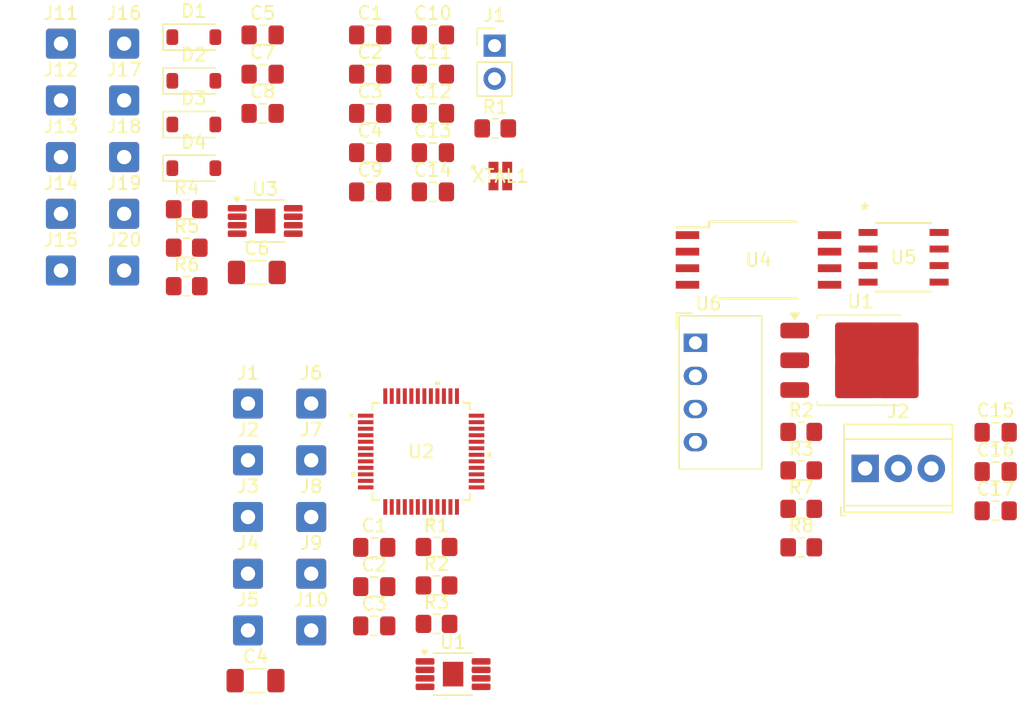
<source format=kicad_pcb>
(kicad_pcb (version 20240108) (generator "pcbnew") (generator_version "8.0")
  (layers (0 "F.Cu" signal) (31 "B.Cu" signal) (34 "B.Paste" user) (35 "F.Paste" user) (36 "B.SilkS" user "B.Silkscreen") (37 "F.SilkS" user "F.Silkscreen") (38 "B.Mask" user) (39 "F.Mask" user) (44 "Edge.Cuts" user))
  (net 0 "")
  (net 1 "Net-(U1-VREG)")
  (net 2 "GND")
  (net 3 "Net-(J4-Pin_1)")
  (net 4 "+24V")
  (net 5 "Net-(J2-Pin_1)")
  (net 6 "Net-(U1-SW)")
  (net 15 "Net-(U1-OC{slash}DT)")
  (net 16 "Net-(U1-RT)")
  (net 54 "+3.3V")
  (net 55 "Net-(U3-VREG)")
  (net 56 "Net-(J12-Pin_1)")
  (net 57 "Net-(U3-SW)")
  (net 58 "Net-(J14-Pin_1)")
  (net 59 "Net-(U2-VREF+)")
  (net 60 "Net-(J1-Pin_1)")
  (net 61 "Net-(U2-PF0-OSC_IN)")
  (net 62 "Net-(U2-PF1-OSC_OUT)")
  (net 63 "Net-(D1-K)")
  (net 64 "Net-(D1-A)")
  (net 65 "Net-(D2-A)")
  (net 66 "Net-(D3-A)")
  (net 73 "Net-(U3-OC{slash}DT)")
  (net 74 "Net-(U3-RT)")
  (net 77 "+5V")
  (net 78 "Net-(U1-VO)")
  (net 79 "Net-(C17-Pad2)")
  (net 80 "Net-(J2-Pin_3)")
  (net 81 "Net-(U6-+VOUT)")
  (footprint "Converter_DCDC:Converter_DCDC_Murata_CRE1xxxxxx3C_THT" (layer "F.Cu") (at 173.9375 82.115)
    (property "Reference" "U6" (at 1 -3 0) (layer "F.SilkS"))
    (property "Value" "CRE1S0305S3C")
    (fp_line (start -1.45 -2.27) (end -1.45 -1.07) (stroke (width 0.12)) (layer "F.SilkS"))
    (fp_line (start -1.25 -2.07) (end -1.25 9.7) (stroke (width 0.12)) (layer "F.SilkS"))
    (fp_line (start -0.25 -2.27) (end -1.45 -2.27) (stroke (width 0.12)) (layer "F.SilkS"))
    (fp_line (start 5.09 -2.07) (end -1.25 -2.07) (stroke (width 0.12)) (layer "F.SilkS"))
    (fp_line (start 5.09 -2.07) (end 5.09 9.7) (stroke (width 0.12)) (layer "F.SilkS"))
    (fp_line (start 5.09 9.7) (end -1.25 9.7) (stroke (width 0.12)) (layer "F.SilkS"))
    (pad "1" thru_hole rect (at 0 0 270) (size 1.4 1.8) (drill 1) (layers "*.Cu" "*.Mask"))
    (pad "2" thru_hole oval (at 0 2.54 270) (size 1.4 1.8) (drill 1) (layers "*.Cu" "*.Mask"))
    (pad "3" thru_hole oval (at 0 5.08 270) (size 1.4 1.8) (drill 1) (layers "*.Cu" "*.Mask") (net 2 "GND"))
    (pad "4" thru_hole oval (at 0 7.62 270) (size 1.4 1.8) (drill 1) (layers "*.Cu" "*.Mask") (net 81 "Net-(U6-+VOUT)"))
  )
  (footprint "Connector_Wire:SolderWire-0.5sqmm_1x01_D0.9mm_OD2.3mm" (layer "F.Cu") (at 139.62 95.475)
    (property "Reference" "J3" (at 0 -2.35 0) (layer "F.SilkS"))
    (property "Value" "Conn_01x01")
    (pad "1" thru_hole roundrect (at 0 0) (size 2.3 2.3) (drill 1.1) (layers "*.Cu" "*.Mask") (roundrect_rratio 0.108696))
  )
  (footprint "Connector_Wire:SolderWire-0.5sqmm_1x01_D0.9mm_OD2.3mm" (layer "F.Cu") (at 130.1232 72.2217)
    (property "Reference" "J19" (at 0 -2.35 0) (layer "F.SilkS"))
    (property "Value" "Conn_01x01")
    (pad "1" thru_hole roundrect (at 0 0) (size 2.3 2.3) (drill 1.1) (layers "*.Cu" "*.Mask") (roundrect_rratio 0.108696))
  )
  (footprint "Resistor_SMD:R_0805_2012Metric_Pad1.20x1.40mm_HandSolder" (layer "F.Cu") (at 182.0525 88.95)
    (property "Reference" "R2" (at 0 -1.65 0) (layer "F.SilkS"))
    (property "Value" "0")
    (fp_line (start -0.227064 -0.735) (end 0.227064 -0.735) (stroke (width 0.12)) (layer "F.SilkS"))
    (fp_line (start -0.227064 0.735) (end 0.227064 0.735) (stroke (width 0.12)) (layer "F.SilkS"))
    (pad "1" smd roundrect (at -1 0) (size 1.2 1.4) (layers "F.Cu" "F.Paste" "F.Mask") (roundrect_rratio 0.208333) (net 78 "Net-(U1-VO)"))
    (pad "2" smd roundrect (at 1 0) (size 1.2 1.4) (layers "F.Cu" "F.Paste" "F.Mask") (roundrect_rratio 0.208333) (net 54 "+3.3V"))
  )
  (footprint "Connector_Wire:SolderWire-0.5sqmm_1x01_D0.9mm_OD2.3mm" (layer "F.Cu") (at 144.47 99.825)
    (property "Reference" "J9" (at 0 -2.35 0) (layer "F.SilkS"))
    (property "Value" "Conn_01x01")
    (pad "1" thru_hole roundrect (at 0 0) (size 2.3 2.3) (drill 1.1) (layers "*.Cu" "*.Mask") (roundrect_rratio 0.108696))
  )
  (footprint "Connector_Wire:SolderWire-0.5sqmm_1x01_D0.9mm_OD2.3mm" (layer "F.Cu") (at 125.2732 67.8717)
    (property "Reference" "J13" (at 0 -2.35 0) (layer "F.SilkS"))
    (property "Value" "Conn_01x01")
    (pad "1" thru_hole roundrect (at 0 0) (size 2.3 2.3) (drill 1.1) (layers "*.Cu" "*.Mask") (roundrect_rratio 0.108696))
  )
  (footprint "Resistor_SMD:R_0805_2012Metric_Pad1.20x1.40mm_HandSolder" (layer "F.Cu") (at 158.5832 65.6717)
    (property "Reference" "R1" (at 0 -1.65 0) (layer "F.SilkS"))
    (property "Value" "10k")
    (fp_line (start -0.227064 -0.735) (end 0.227064 -0.735) (stroke (width 0.12)) (layer "F.SilkS"))
    (fp_line (start -0.227064 0.735) (end 0.227064 0.735) (stroke (width 0.12)) (layer "F.SilkS"))
    (pad "1" smd roundrect (at -1 0) (size 1.2 1.4) (layers "F.Cu" "F.Paste" "F.Mask") (roundrect_rratio 0.208333) (net 54 "+3.3V"))
    (pad "2" smd roundrect (at 1 0) (size 1.2 1.4) (layers "F.Cu" "F.Paste" "F.Mask") (roundrect_rratio 0.208333) (net 60 "Net-(J1-Pin_1)"))
  )
  (footprint "Capacitor_SMD:C_0805_2012Metric_Pad1.18x1.45mm_HandSolder" (layer "F.Cu") (at 153.8032 61.5117)
    (property "Reference" "C11" (at 0 -1.68 0) (layer "F.SilkS"))
    (property "Value" "1uF")
    (fp_line (start -0.261252 -0.735) (end 0.261252 -0.735) (stroke (width 0.12)) (layer "F.SilkS"))
    (fp_line (start -0.261252 0.735) (end 0.261252 0.735) (stroke (width 0.12)) (layer "F.SilkS"))
    (pad "1" smd roundrect (at -1.0375 0) (size 1.175 1.45) (layers "F.Cu" "F.Paste" "F.Mask") (roundrect_rratio 0.212766) (net 2 "GND"))
    (pad "2" smd roundrect (at 1.0375 0) (size 1.175 1.45) (layers "F.Cu" "F.Paste" "F.Mask") (roundrect_rratio 0.212766) (net 59 "Net-(U2-VREF+)"))
  )
  (footprint "Resistor_SMD:R_0805_2012Metric_Pad1.20x1.40mm_HandSolder" (layer "F.Cu") (at 182.0525 94.85)
    (property "Reference" "R7" (at 0 -1.65 0) (layer "F.SilkS"))
    (property "Value" "60")
    (fp_line (start -0.227064 -0.735) (end 0.227064 -0.735) (stroke (width 0.12)) (layer "F.SilkS"))
    (fp_line (start -0.227064 0.735) (end 0.227064 0.735) (stroke (width 0.12)) (layer "F.SilkS"))
    (pad "1" smd roundrect (at -1 0) (size 1.2 1.4) (layers "F.Cu" "F.Paste" "F.Mask") (roundrect_rratio 0.208333) (net 80 "Net-(J2-Pin_3)"))
    (pad "2" smd roundrect (at 1 0) (size 1.2 1.4) (layers "F.Cu" "F.Paste" "F.Mask") (roundrect_rratio 0.208333) (net 79 "Net-(C17-Pad2)"))
  )
  (footprint "Capacitor_SMD:C_0805_2012Metric_Pad1.18x1.45mm_HandSolder" (layer "F.Cu") (at 153.8032 70.5417)
    (property "Reference" "C14" (at 0 -1.68 0) (layer "F.SilkS"))
    (property "Value" "6.8pF")
    (fp_line (start -0.261252 -0.735) (end 0.261252 -0.735) (stroke (width 0.12)) (layer "F.SilkS"))
    (fp_line (start -0.261252 0.735) (end 0.261252 0.735) (stroke (width 0.12)) (layer "F.SilkS"))
    (pad "1" smd roundrect (at -1.0375 0) (size 1.175 1.45) (layers "F.Cu" "F.Paste" "F.Mask") (roundrect_rratio 0.212766) (net 62 "Net-(U2-PF1-OSC_OUT)"))
    (pad "2" smd roundrect (at 1.0375 0) (size 1.175 1.45) (layers "F.Cu" "F.Paste" "F.Mask") (roundrect_rratio 0.212766) (net 2 "GND"))
  )
  (footprint "Connector_Wire:SolderWire-0.5sqmm_1x01_D0.9mm_OD2.3mm" (layer "F.Cu") (at 130.1232 67.8717)
    (property "Reference" "J18" (at 0 -2.35 0) (layer "F.SilkS"))
    (property "Value" "Conn_01x01")
    (pad "1" thru_hole roundrect (at 0 0) (size 2.3 2.3) (drill 1.1) (layers "*.Cu" "*.Mask") (roundrect_rratio 0.108696) (net 66 "Net-(D3-A)"))
  )
  (footprint "Capacitor_SMD:C_0805_2012Metric_Pad1.18x1.45mm_HandSolder" (layer "F.Cu") (at 148.9932 58.5017)
    (property "Reference" "C1" (at 0 -1.68 0) (layer "F.SilkS"))
    (property "Value" "4.7uF")
    (fp_line (start -0.261252 -0.735) (end 0.261252 -0.735) (stroke (width 0.12)) (layer "F.SilkS"))
    (fp_line (start -0.261252 0.735) (end 0.261252 0.735) (stroke (width 0.12)) (layer "F.SilkS"))
    (pad "1" smd roundrect (at -1.0375 0) (size 1.175 1.45) (layers "F.Cu" "F.Paste" "F.Mask") (roundrect_rratio 0.212766) (net 54 "+3.3V"))
    (pad "2" smd roundrect (at 1.0375 0) (size 1.175 1.45) (layers "F.Cu" "F.Paste" "F.Mask") (roundrect_rratio 0.212766) (net 2 "GND"))
  )
  (footprint "footprints_crystal:NX2016AB_NDK" (layer "F.Cu") (at 158.975 69.325)
    (property "Reference" "XTAL1" (at 0 0 0) (layer "F.SilkS"))
    (property "Value" "NX2016AB-32MHZ ST2")
    (fp_circle (center -2.0636 -0.675) (end -1.9366 -0.675) (stroke (width 0.1524)) (fill none) (layer "F.SilkS"))
    (pad "1" smd rect (at -0.525 -0.675) (size 0.762 0.8382) (layers "F.Cu" "F.Paste" "F.Mask") (net 61 "Net-(U2-PF0-OSC_IN)"))
    (pad "2" smd rect (at -0.525 0.675) (size 0.762 0.8382) (layers "F.Cu" "F.Paste" "F.Mask") (net 2 "GND"))
    (pad "3" smd rect (at 0.525 0.675) (size 0.762 0.8382) (layers "F.Cu" "F.Paste" "F.Mask") (net 62 "Net-(U2-PF1-OSC_OUT)"))
    (pad "4" smd rect (at 0.525 -0.675) (size 0.762 0.8382) (layers "F.Cu" "F.Paste" "F.Mask") (net 2 "GND"))
  )
  (footprint "Diode_SMD:D_SOD-123" (layer "F.Cu") (at 135.4682 62.0217)
    (property "Reference" "D2" (at 0 -2 0) (layer "F.SilkS"))
    (property "Value" "PMEG6010CEH")
    (fp_line (start -2.36 -1) (end -2.36 1) (stroke (width 0.12)) (layer "F.SilkS"))
    (fp_line (start -2.36 -1) (end 1.65 -1) (stroke (width 0.12)) (layer "F.SilkS"))
    (fp_line (start -2.36 1) (end 1.65 1) (stroke (width 0.12)) (layer "F.SilkS"))
    (pad "1" smd roundrect (at -1.65 0) (size 0.9 1.2) (layers "F.Cu" "F.Paste" "F.Mask") (net 64 "Net-(D1-A)"))
    (pad "2" smd roundrect (at 1.65 0) (size 0.9 1.2) (layers "F.Cu" "F.Paste" "F.Mask") (net 65 "Net-(D2-A)"))
  )
  (footprint "Capacitor_SMD:C_0805_2012Metric_Pad1.18x1.45mm_HandSolder" (layer "F.Cu") (at 196.9625 95)
    (property "Reference" "C17" (at 0 -1.68 0) (layer "F.SilkS"))
    (property "Value" "10nF")
    (fp_line (start -0.261252 -0.735) (end 0.261252 -0.735) (stroke (width 0.12)) (layer "F.SilkS"))
    (fp_line (start -0.261252 0.735) (end 0.261252 0.735) (stroke (width 0.12)) (layer "F.SilkS"))
    (pad "1" smd roundrect (at -1.0375 0) (size 1.175 1.45) (layers "F.Cu" "F.Paste" "F.Mask") (roundrect_rratio 0.212766) (net 2 "GND"))
    (pad "2" smd roundrect (at 1.0375 0) (size 1.175 1.45) (layers "F.Cu" "F.Paste" "F.Mask") (roundrect_rratio 0.212766) (net 79 "Net-(C17-Pad2)"))
  )
  (footprint "footprints:LQFP48-7x7mm" (layer "F.Cu") (at 152.898301 90.454899)
    (property "Reference" "U2" (at 0 0 0) (layer "F.SilkS"))
    (property "Value" "STM32G474CET6")
    (fp_line (start -3.7338 -3.7338) (end -3.7338 -3.23514) (stroke (width 0.1524)) (layer "F.SilkS"))
    (fp_line (start -3.7338 3.23514) (end -3.7338 3.7338) (stroke (width 0.1524)) (layer "F.SilkS"))
    (fp_line (start -3.7338 3.7338) (end -3.23514 3.7338) (stroke (width 0.1524)) (layer "F.SilkS"))
    (fp_line (start -3.23514 -3.7338) (end -3.7338 -3.7338) (stroke (width 0.1524)) (layer "F.SilkS"))
    (fp_line (start 3.23514 3.7338) (end 3.7338 3.7338) (stroke (width 0.1524)) (layer "F.SilkS"))
    (fp_line (start 3.7338 -3.7338) (end 3.23514 -3.7338) (stroke (width 0.1524)) (layer "F.SilkS"))
    (fp_line (start 3.7338 -3.23514) (end 3.7338 -3.7338) (stroke (width 0.1524)) (layer "F.SilkS"))
    (fp_line (start 3.7338 3.7338) (end 3.7338 3.23514) (stroke (width 0.1524)) (layer "F.SilkS"))
    (fp_circle (center -5.350901 -2.75) (end -5.274701 -2.75) (stroke (width 0.1524)) (fill none) (layer "F.SilkS"))
    (fp_poly (pts (xy -5.354899 1.559499) (xy -5.354899 1.940499) (xy -5.100899 1.940499) (xy -5.100899 1.559499)) (fill solid) (layer "F.SilkS"))
    (fp_poly (pts (xy 0.559501 5.100899) (xy 0.559501 5.354899) (xy 0.940501 5.354899) (xy 0.940501 5.100899)) (fill solid) (layer "F.SilkS"))
    (fp_poly (pts (xy 1.0595 -5.100899) (xy 1.0595 -5.354899) (xy 1.4405 -5.354899) (xy 1.4405 -5.100899)) (fill solid) (layer "F.SilkS"))
    (fp_poly (pts (xy 5.354899 0.059499) (xy 5.354899 0.4405) (xy 5.100899 0.4405) (xy 5.100899 0.059499)) (fill solid) (layer "F.SilkS"))
    (pad "1" smd rect (at -4.249999 -2.75) (size 1.1938 0.3048) (layers "F.Cu" "F.Paste" "F.Mask") (net 54 "+3.3V"))
    (pad "2" smd rect (at -4.249999 -2.250001) (size 1.1938 0.3048) (layers "F.Cu" "F.Paste" "F.Mask"))
    (pad "3" smd rect (at -4.249999 -1.749999) (size 1.1938 0.3048) (layers "F.Cu" "F.Paste" "F.Mask"))
    (pad "4" smd rect (at -4.249999 -1.25) (size 1.1938 0.3048) (layers "F.Cu" "F.Paste" "F.Mask"))
    (pad "5" smd rect (at -4.249999 -0.750001) (size 1.1938 0.3048) (layers "F.Cu" "F.Paste" "F.Mask") (net 61 "Net-(U2-PF0-OSC_IN)"))
    (pad "6" smd rect (at -4.249999 -0.25) (size 1.1938 0.3048) (layers "F.Cu" "F.Paste" "F.Mask") (net 62 "Net-(U2-PF1-OSC_OUT)"))
    (pad "7" smd rect (at -4.249999 0.25) (size 1.1938 0.3048) (layers "F.Cu" "F.Paste" "F.Mask") (net 60 "Net-(J1-Pin_1)"))
    (pad "8" smd rect (at -4.249999 0.750001) (size 1.1938 0.3048) (layers "F.Cu" "F.Paste" "F.Mask"))
    (pad "9" smd rect (at -4.249999 1.25) (size 1.1938 0.3048) (layers "F.Cu" "F.Paste" "F.Mask"))
    (pad "10" smd rect (at -4.249999 1.749999) (size 1.1938 0.3048) (layers "F.Cu" "F.Paste" "F.Mask"))
    (pad "11" smd rect (at -4.249999 2.250001) (size 1.1938 0.3048) (layers "F.Cu" "F.Paste" "F.Mask"))
    (pad "12" smd rect (at -4.249999 2.75) (size 1.1938 0.3048) (layers "F.Cu" "F.Paste" "F.Mask"))
    (pad "13" smd rect (at -2.75 4.249999 90) (size 1.1938 0.3048) (layers "F.Cu" "F.Paste" "F.Mask"))
    (pad "14" smd rect (at -2.250001 4.249999 90) (size 1.1938 0.3048) (layers "F.Cu" "F.Paste" "F.Mask"))
    (pad "15" smd rect (at -1.749999 4.249999 90) (size 1.1938 0.3048) (layers "F.Cu" "F.Paste" "F.Mask"))
    (pad "16" smd rect (at -1.25 4.249999 90) (size 1.1938 0.3048) (layers "F.Cu" "F.Paste" "F.Mask"))
    (pad "17" smd rect (at -0.750001 4.249999 90) (size 1.1938 0.3048) (layers "F.Cu" "F.Paste" "F.Mask"))
    (pad "18" smd rect (at -0.25 4.249999 90) (size 1.1938 0.3048) (layers "F.Cu" "F.Paste" "F.Mask"))
    (pad "19" smd rect (at 0.25 4.249999 90) (size 1.1938 0.3048) (layers "F.Cu" "F.Paste" "F.Mask") (net 2 "GND"))
    (pad "20" smd rect (at 0.750001 4.249999 90) (size 1.1938 0.3048) (layers "F.Cu" "F.Paste" "F.Mask") (net 59 "Net-(U2-VREF+)"))
    (pad "21" smd rect (at 1.25 4.249999 90) (size 1.1938 0.3048) (layers "F.Cu" "F.Paste" "F.Mask") (net 54 "+3.3V"))
    (pad "22" smd rect (at 1.749999 4.249999 90) (size 1.1938 0.3048) (layers "F.Cu" "F.Paste" "F.Mask"))
    (pad "23" smd rect (at 2.250001 4.249999 90) (size 1.1938 0.3048) (layers "F.Cu" "F.Paste" "F.Mask") (net 2 "GND"))
    (pad "24" smd rect (at 2.75 4.249999 90) (size 1.1938 0.3048) (layers "F.Cu" "F.Paste" "F.Mask") (net 54 "+3.3V"))
    (pad "25" smd rect (at 4.249999 2.75) (size 1.1938 0.3048) (layers "F.Cu" "F.Paste" "F.Mask"))
    (pad "26" smd rect (at 4.249999 2.250001) (size 1.1938 0.3048) (layers "F.Cu" "F.Paste" "F.Mask"))
    (pad "27" smd rect (at 4.249999 1.749999) (size 1.1938 0.3048) (layers "F.Cu" "F.Paste" "F.Mask"))
    (pad "28" smd rect (at 4.249999 1.25) (size 1.1938 0.3048) (layers "F.Cu" "F.Paste" "F.Mask"))
    (pad "29" smd rect (at 4.249999 0.750001) (size 1.1938 0.3048) (layers "F.Cu" "F.Paste" "F.Mask"))
    (pad "30" smd rect (at 4.249999 0.25) (size 1.1938 0.3048) (layers "F.Cu" "F.Paste" "F.Mask"))
    (pad "31" smd rect (at 4.249999 -0.25) (size 1.1938 0.3048) (layers "F.Cu" "F.Paste" "F.Mask"))
    (pad "32" smd rect (at 4.249999 -0.750001) (size 1.1938 0.3048) (layers "F.Cu" "F.Paste" "F.Mask"))
    (pad "33" smd rect (at 4.249999 -1.25) (size 1.1938 0.3048) (layers "F.Cu" "F.Paste" "F.Mask"))
    (pad "34" smd rect (at 4.249999 -1.749999) (size 1.1938 0.3048) (layers "F.Cu" "F.Paste" "F.Mask"))
    (pad "35" smd rect (at 4.249999 -2.250001) (size 1.1938 0.3048) (layers "F.Cu" "F.Paste" "F.Mask") (net 2 "GND"))
    (pad "36" smd rect (at 4.249999 -2.75) (size 1.1938 0.3048) (layers "F.Cu" "F.Paste" "F.Mask") (net 54 "+3.3V"))
    (pad "37" smd rect (at 2.75 -4.249999 90) (size 1.1938 0.3048) (layers "F.Cu" "F.Paste" "F.Mask"))
    (pad "38" smd rect (at 2.250001 -4.249999 90) (size 1.1938 0.3048) (layers "F.Cu" "F.Paste" "F.Mask"))
    (pad "39" smd rect (at 1.749999 -4.249999 90) (size 1.1938 0.3048) (layers "F.Cu" "F.Paste" "F.Mask"))
    (pad "40" smd rect (at 1.25 -4.249999 90) (size 1.1938 0.3048) (layers "F.Cu" "F.Paste" "F.Mask"))
    (pad "41" smd rect (at 0.750001 -4.249999 90) (size 1.1938 0.3048) (layers "F.Cu" "F.Paste" "F.Mask"))
    (pad "42" smd rect (at 0.25 -4.249999 90) (size 1.1938 0.3048) (layers "F.Cu" "F.Paste" "F.Mask"))
    (pad "43" smd rect (at -0.25 -4.249999 90) (size 1.1938 0.3048) (layers "F.Cu" "F.Paste" "F.Mask"))
    (pad "44" smd rect (at -0.750001 -4.249999 90) (size 1.1938 0.3048) (layers "F.Cu" "F.Paste" "F.Mask"))
    (pad "45" smd rect (at -1.25 -4.249999 90) (size 1.1938 0.3048) (layers "F.Cu" "F.Paste" "F.Mask"))
    (pad "46" smd rect (at -1.749999 -4.249999 90) (size 1.1938 0.3048) (layers "F.Cu" "F.Paste" "F.Mask"))
    (pad "47" smd rect (at -2.250001 -4.249999 90) (size 1.1938 0.3048) (layers "F.Cu" "F.Paste" "F.Mask") (net 2 "GND"))
    (pad "48" smd rect (at -2.75 -4.249999 90) (size 1.1938 0.3048) (layers "F.Cu" "F.Paste" "F.Mask") (net 54 "+3.3V"))
  )
  (footprint "Capacitor_SMD:C_0805_2012Metric_Pad1.18x1.45mm_HandSolder" (layer "F.Cu") (at 149.3 103.825)
    (property "Reference" "C3" (at 0 -1.68 0) (layer "F.SilkS"))
    (property "Value" "C")
    (fp_line (start -0.261252 -0.735) (end 0.261252 -0.735) (stroke (width 0.12)) (layer "F.SilkS"))
    (fp_line (start -0.261252 0.735) (end 0.261252 0.735) (stroke (width 0.12)) (layer "F.SilkS"))
    (pad "1" smd roundrect (at -1.0375 0) (size 1.175 1.45) (layers "F.Cu" "F.Paste" "F.Mask") (roundrect_rratio 0.212766) (net 4 "+24V"))
    (pad "2" smd roundrect (at 1.0375 0) (size 1.175 1.45) (layers "F.Cu" "F.Paste" "F.Mask") (roundrect_rratio 0.212766) (net 3 "Net-(J4-Pin_1)"))
  )
  (footprint "Capacitor_SMD:C_0805_2012Metric_Pad1.18x1.45mm_HandSolder" (layer "F.Cu") (at 148.9932 64.5217)
    (property "Reference" "C3" (at 0 -1.68 0) (layer "F.SilkS"))
    (property "Value" "100nF")
    (fp_line (start -0.261252 -0.735) (end 0.261252 -0.735) (stroke (width 0.12)) (layer "F.SilkS"))
    (fp_line (start -0.261252 0.735) (end 0.261252 0.735) (stroke (width 0.12)) (layer "F.SilkS"))
    (pad "1" smd roundrect (at -1.0375 0) (size 1.175 1.45) (layers "F.Cu" "F.Paste" "F.Mask") (roundrect_rratio 0.212766) (net 54 "+3.3V"))
    (pad "2" smd roundrect (at 1.0375 0) (size 1.175 1.45) (layers "F.Cu" "F.Paste" "F.Mask") (roundrect_rratio 0.212766) (net 2 "GND"))
  )
  (footprint "Diode_SMD:D_SOD-123" (layer "F.Cu") (at 135.4682 68.7217)
    (property "Reference" "D4" (at 0 -2 0) (layer "F.SilkS"))
    (property "Value" "PMEG6010CEH")
    (fp_line (start -2.36 -1) (end -2.36 1) (stroke (width 0.12)) (layer "F.SilkS"))
    (fp_line (start -2.36 -1) (end 1.65 -1) (stroke (width 0.12)) (layer "F.SilkS"))
    (fp_line (start -2.36 1) (end 1.65 1) (stroke (width 0.12)) (layer "F.SilkS"))
    (pad "1" smd roundrect (at -1.65 0) (size 0.9 1.2) (layers "F.Cu" "F.Paste" "F.Mask") (net 66 "Net-(D3-A)"))
    (pad "2" smd roundrect (at 1.65 0) (size 0.9 1.2) (layers "F.Cu" "F.Paste" "F.Mask") (net 65 "Net-(D2-A)"))
  )
  (footprint "Connector_Wire:SolderWire-0.5sqmm_1x01_D0.9mm_OD2.3mm" (layer "F.Cu") (at 125.2732 76.5717)
    (property "Reference" "J15" (at 0 -2.35 0) (layer "F.SilkS"))
    (property "Value" "Conn_01x01")
    (pad "1" thru_hole roundrect (at 0 0) (size 2.3 2.3) (drill 1.1) (layers "*.Cu" "*.Mask") (roundrect_rratio 0.108696) (net 64 "Net-(D1-A)"))
  )
  (footprint "Connector_Wire:SolderWire-0.5sqmm_1x01_D0.9mm_OD2.3mm" (layer "F.Cu") (at 125.2732 63.5217)
    (property "Reference" "J12" (at 0 -2.35 0) (layer "F.SilkS"))
    (property "Value" "Conn_01x01")
    (pad "1" thru_hole roundrect (at 0 0) (size 2.3 2.3) (drill 1.1) (layers "*.Cu" "*.Mask") (roundrect_rratio 0.108696) (net 56 "Net-(J12-Pin_1)"))
  )
  (footprint "Connector_Wire:SolderWire-0.5sqmm_1x01_D0.9mm_OD2.3mm" (layer "F.Cu") (at 139.62 104.175)
    (property "Reference" "J5" (at 0 -2.35 0) (layer "F.SilkS"))
    (property "Value" "Conn_01x01")
    (pad "1" thru_hole roundrect (at 0 0) (size 2.3 2.3) (drill 1.1) (layers "*.Cu" "*.Mask") (roundrect_rratio 0.108696))
  )
  (footprint "Connector_Wire:SolderWire-0.5sqmm_1x01_D0.9mm_OD2.3mm" (layer "F.Cu") (at 144.47 86.775)
    (property "Reference" "J6" (at 0 -2.35 0) (layer "F.SilkS"))
    (property "Value" "Conn_01x01")
    (pad "1" thru_hole roundrect (at 0 0) (size 2.3 2.3) (drill 1.1) (layers "*.Cu" "*.Mask") (roundrect_rratio 0.108696))
  )
  (footprint "Diode_SMD:D_SOD-123" (layer "F.Cu") (at 135.4682 58.6717)
    (property "Reference" "D1" (at 0 -2 0) (layer "F.SilkS"))
    (property "Value" "PMEG6010CEH")
    (fp_line (start -2.36 -1) (end -2.36 1) (stroke (width 0.12)) (layer "F.SilkS"))
    (fp_line (start -2.36 -1) (end 1.65 -1) (stroke (width 0.12)) (layer "F.SilkS"))
    (fp_line (start -2.36 1) (end 1.65 1) (stroke (width 0.12)) (layer "F.SilkS"))
    (pad "1" smd roundrect (at -1.65 0) (size 0.9 1.2) (layers "F.Cu" "F.Paste" "F.Mask") (net 63 "Net-(D1-K)"))
    (pad "2" smd roundrect (at 1.65 0) (size 0.9 1.2) (layers "F.Cu" "F.Paste" "F.Mask") (net 64 "Net-(D1-A)"))
  )
  (footprint "Capacitor_SMD:C_0805_2012Metric_Pad1.18x1.45mm_HandSolder" (layer "F.Cu") (at 140.7432 58.5017)
    (property "Reference" "C5" (at 0 -1.68 0) (layer "F.SilkS"))
    (property "Value" "C")
    (fp_line (start -0.261252 -0.735) (end 0.261252 -0.735) (stroke (width 0.12)) (layer "F.SilkS"))
    (fp_line (start -0.261252 0.735) (end 0.261252 0.735) (stroke (width 0.12)) (layer "F.SilkS"))
    (pad "1" smd roundrect (at -1.0375 0) (size 1.175 1.45) (layers "F.Cu" "F.Paste" "F.Mask") (roundrect_rratio 0.212766) (net 55 "Net-(U3-VREG)"))
    (pad "2" smd roundrect (at 1.0375 0) (size 1.175 1.45) (layers "F.Cu" "F.Paste" "F.Mask") (roundrect_rratio 0.212766) (net 2 "GND"))
  )
  (footprint "Connector_Wire:SolderWire-0.5sqmm_1x01_D0.9mm_OD2.3mm" (layer "F.Cu") (at 139.62 91.125)
    (property "Reference" "J2" (at 0 -2.35 0) (layer "F.SilkS"))
    (property "Value" "Conn_01x01")
    (pad "1" thru_hole roundrect (at 0 0) (size 2.3 2.3) (drill 1.1) (layers "*.Cu" "*.Mask") (roundrect_rratio 0.108696) (net 5 "Net-(J2-Pin_1)"))
  )
  (footprint "Resistor_SMD:R_0805_2012Metric_Pad1.20x1.40mm_HandSolder" (layer "F.Cu") (at 182.0525 91.9)
    (property "Reference" "R3" (at 0 -1.65 0) (layer "F.SilkS"))
    (property "Value" "60")
    (fp_line (start -0.227064 -0.735) (end 0.227064 -0.735) (stroke (width 0.12)) (layer "F.SilkS"))
    (fp_line (start -0.227064 0.735) (end 0.227064 0.735) (stroke (width 0.12)) (layer "F.SilkS"))
    (pad "1" smd roundrect (at -1 0) (size 1.2 1.4) (layers "F.Cu" "F.Paste" "F.Mask") (roundrect_rratio 0.208333) (net 79 "Net-(C17-Pad2)"))
    (pad "2" smd roundrect (at 1 0) (size 1.2 1.4) (layers "F.Cu" "F.Paste" "F.Mask") (roundrect_rratio 0.208333) (net 5 "Net-(J2-Pin_1)"))
  )
  (footprint "Capacitor_SMD:C_0805_2012Metric_Pad1.18x1.45mm_HandSolder" (layer "F.Cu") (at 140.7432 61.5117)
    (property "Reference" "C7" (at 0 -1.68 0) (layer "F.SilkS"))
    (property "Value" "C")
    (fp_line (start -0.261252 -0.735) (end 0.261252 -0.735) (stroke (width 0.12)) (layer "F.SilkS"))
    (fp_line (start -0.261252 0.735) (end 0.261252 0.735) (stroke (width 0.12)) (layer "F.SilkS"))
    (pad "1" smd roundrect (at -1.0375 0) (size 1.175 1.45) (layers "F.Cu" "F.Paste" "F.Mask") (roundrect_rratio 0.212766) (net 4 "+24V"))
    (pad "2" smd roundrect (at 1.0375 0) (size 1.175 1.45) (layers "F.Cu" "F.Paste" "F.Mask") (roundrect_rratio 0.212766) (net 58 "Net-(J14-Pin_1)"))
  )
  (footprint "Capacitor_SMD:C_0805_2012Metric_Pad1.18x1.45mm_HandSolder" (layer "F.Cu") (at 153.8032 58.5017)
    (property "Reference" "C10" (at 0 -1.68 0) (layer "F.SilkS"))
    (property "Value" "100nF")
    (fp_line (start -0.261252 -0.735) (end 0.261252 -0.735) (stroke (width 0.12)) (layer "F.SilkS"))
    (fp_line (start -0.261252 0.735) (end 0.261252 0.735) (stroke (width 0.12)) (layer "F.SilkS"))
    (pad "1" smd roundrect (at -1.0375 0) (size 1.175 1.45) (layers "F.Cu" "F.Paste" "F.Mask") (roundrect_rratio 0.212766) (net 2 "GND"))
    (pad "2" smd roundrect (at 1.0375 0) (size 1.175 1.45) (layers "F.Cu" "F.Paste" "F.Mask") (roundrect_rratio 0.212766) (net 59 "Net-(U2-VREF+)"))
  )
  (footprint "Capacitor_SMD:C_1206_3216Metric_Pad1.33x1.80mm_HandSolder" (layer "F.Cu") (at 140.3032 76.7217)
    (property "Reference" "C6" (at 0 -1.85 0) (layer "F.SilkS"))
    (property "Value" "C")
    (fp_line (start -0.711252 -0.91) (end 0.711252 -0.91) (stroke (width 0.12)) (layer "F.SilkS"))
    (fp_line (start -0.711252 0.91) (end 0.711252 0.91) (stroke (width 0.12)) (layer "F.SilkS"))
    (pad "1" smd roundrect (at -1.5625 0) (size 1.325 1.8) (layers "F.Cu" "F.Paste" "F.Mask") (roundrect_rratio 0.188679) (net 57 "Net-(U3-SW)"))
    (pad "2" smd roundrect (at 1.5625 0) (size 1.325 1.8) (layers "F.Cu" "F.Paste" "F.Mask") (roundrect_rratio 0.188679) (net 56 "Net-(J12-Pin_1)"))
  )
  (footprint "Connector_Wire:SolderWire-0.5sqmm_1x01_D0.9mm_OD2.3mm" (layer "F.Cu") (at 125.2732 59.1717)
    (property "Reference" "J11" (at 0 -2.35 0) (layer "F.SilkS"))
    (property "Value" "Conn_01x01")
    (pad "1" thru_hole roundrect (at 0 0) (size 2.3 2.3) (drill 1.1) (layers "*.Cu" "*.Mask") (roundrect_rratio 0.108696))
  )
  (footprint "Connector_Wire:SolderWire-0.5sqmm_1x01_D0.9mm_OD2.3mm" (layer "F.Cu") (at 144.47 91.125)
    (property "Reference" "J7" (at 0 -2.35 0) (layer "F.SilkS"))
    (property "Value" "Conn_01x01")
    (pad "1" thru_hole roundrect (at 0 0) (size 2.3 2.3) (drill 1.1) (layers "*.Cu" "*.Mask") (roundrect_rratio 0.108696))
  )
  (footprint "Resistor_SMD:R_0805_2012Metric_Pad1.20x1.40mm_HandSolder" (layer "F.Cu") (at 154.08 103.675)
    (property "Reference" "R3" (at 0 -1.65 0) (layer "F.SilkS"))
    (property "Value" "R")
    (fp_line (start -0.227064 -0.735) (end 0.227064 -0.735) (stroke (width 0.12)) (layer "F.SilkS"))
    (fp_line (start -0.227064 0.735) (end 0.227064 0.735) (stroke (width 0.12)) (layer "F.SilkS"))
    (pad "1" smd roundrect (at -1 0) (size 1.2 1.4) (layers "F.Cu" "F.Paste" "F.Mask") (roundrect_rratio 0.208333) (net 16 "Net-(U1-RT)"))
    (pad "2" smd roundrect (at 1 0) (size 1.2 1.4) (layers "F.Cu" "F.Paste" "F.Mask") (roundrect_rratio 0.208333) (net 2 "GND"))
  )
  (footprint "Connector_PinHeader_2.54mm:PinHeader_1x02_P2.54mm_Vertical" (layer "F.Cu") (at 158.5332 59.3217)
    (property "Reference" "J1" (at 0 -2.33 0) (layer "F.SilkS"))
    (property "Value" "RESET")
    (fp_line (start -1.33 -1.33) (end 0 -1.33) (stroke (width 0.12)) (layer "F.SilkS"))
    (fp_line (start -1.33 0) (end -1.33 -1.33) (stroke (width 0.12)) (layer "F.SilkS"))
    (fp_line (start -1.33 1.27) (end -1.33 3.87) (stroke (width 0.12)) (layer "F.SilkS"))
    (fp_line (start -1.33 1.27) (end 1.33 1.27) (stroke (width 0.12)) (layer "F.SilkS"))
    (fp_line (start -1.33 3.87) (end 1.33 3.87) (stroke (width 0.12)) (layer "F.SilkS"))
    (fp_line (start 1.33 1.27) (end 1.33 3.87) (stroke (width 0.12)) (layer "F.SilkS"))
    (pad "1" thru_hole rect (at 0 0) (size 1.7 1.7) (drill 1) (layers "*.Cu" "*.Mask") (net 60 "Net-(J1-Pin_1)"))
    (pad "2" thru_hole oval (at 0 2.54) (size 1.7 1.7) (drill 1) (layers "*.Cu" "*.Mask") (net 2 "GND"))
  )
  (footprint "Capacitor_SMD:C_0805_2012Metric_Pad1.18x1.45mm_HandSolder" (layer "F.Cu") (at 153.8032 64.5217)
    (property "Reference" "C12" (at 0 -1.68 0) (layer "F.SilkS"))
    (property "Value" "1uF")
    (fp_line (start -0.261252 -0.735) (end 0.261252 -0.735) (stroke (width 0.12)) (layer "F.SilkS"))
    (fp_line (start -0.261252 0.735) (end 0.261252 0.735) (stroke (width 0.12)) (layer "F.SilkS"))
    (pad "1" smd roundrect (at -1.0375 0) (size 1.175 1.45) (layers "F.Cu" "F.Paste" "F.Mask") (roundrect_rratio 0.212766) (net 2 "GND"))
    (pad "2" smd roundrect (at 1.0375 0) (size 1.175 1.45) (layers "F.Cu" "F.Paste" "F.Mask") (roundrect_rratio 0.212766) (net 60 "Net-(J1-Pin_1)"))
  )
  (footprint "Capacitor_SMD:C_0805_2012Metric_Pad1.18x1.45mm_HandSolder" (layer "F.Cu") (at 148.9932 61.5117)
    (property "Reference" "C2" (at 0 -1.68 0) (layer "F.SilkS"))
    (property "Value" "100nF")
    (fp_line (start -0.261252 -0.735) (end 0.261252 -0.735) (stroke (width 0.12)) (layer "F.SilkS"))
    (fp_line (start -0.261252 0.735) (end 0.261252 0.735) (stroke (width 0.12)) (layer "F.SilkS"))
    (pad "1" smd roundrect (at -1.0375 0) (size 1.175 1.45) (layers "F.Cu" "F.Paste" "F.Mask") (roundrect_rratio 0.212766) (net 54 "+3.3V"))
    (pad "2" smd roundrect (at 1.0375 0) (size 1.175 1.45) (layers "F.Cu" "F.Paste" "F.Mask") (roundrect_rratio 0.212766) (net 2 "GND"))
  )
  (footprint "Package_SO:HVSSOP-8-1EP_3x3mm_P0.65mm_EP1.57x1.89mm" (layer "F.Cu") (at 140.9432 72.7717)
    (property "Reference" "U3" (at 0 -2.45 0) (layer "F.SilkS"))
    (property "Value" "UCC25800")
    (fp_line (start 0 -1.61) (end -1.5 -1.61) (stroke (width 0.12)) (layer "F.SilkS"))
    (fp_line (start 0 -1.61) (end 1.5 -1.61) (stroke (width 0.12)) (layer "F.SilkS"))
    (fp_line (start 0 1.61) (end -1.5 1.61) (stroke (width 0.12)) (layer "F.SilkS"))
    (fp_line (start 0 1.61) (end 1.5 1.61) (stroke (width 0.12)) (layer "F.SilkS"))
    (fp_poly (pts (xy -2.1875 -1.485) (xy -2.4275 -1.815) (xy -1.9475 -1.815) (xy -2.1875 -1.485)) (stroke (width 0.12)) (fill solid) (layer "F.SilkS"))
    (pad "1" smd roundrect (at -2.15 -0.975) (size 1.45 0.5) (layers "F.Cu" "F.Paste" "F.Mask"))
    (pad "2" smd roundrect (at -2.15 -0.325) (size 1.45 0.5) (layers "F.Cu" "F.Paste" "F.Mask"))
    (pad "3" smd roundrect (at -2.15 0.325) (size 1.45 0.5) (layers "F.Cu" "F.Paste" "F.Mask") (net 55 "Net-(U3-VREG)"))
    (pad "4" smd roundrect (at -2.15 0.975) (size 1.45 0.5) (layers "F.Cu" "F.Paste" "F.Mask") (net 73 "Net-(U3-OC{slash}DT)"))
    (pad "5" smd roundrect (at 2.15 0.975) (size 1.45 0.5) (layers "F.Cu" "F.Paste" "F.Mask") (net 74 "Net-(U3-RT)"))
    (pad "6" smd roundrect (at 2.15 0.325) (size 1.45 0.5) (layers "F.Cu" "F.Paste" "F.Mask") (net 2 "GND"))
    (pad "7" smd roundrect (at 2.15 -0.325) (size 1.45 0.5) (layers "F.Cu" "F.Paste" "F.Mask") (net 57 "Net-(U3-SW)"))
    (pad "8" smd roundrect (at 2.15 -0.975) (size 1.45 0.5) (layers "F.Cu" "F.Paste" "F.Mask") (net 4 "+24V"))
    (pad "9" smd rect (at 0 0) (size 1.57 1.89) (property pad_prop_heatsink) (layers "F.Cu" "F.Mask") (net 2 "GND"))
  )
  (footprint "Connector_Wire:SolderWire-0.5sqmm_1x01_D0.9mm_OD2.3mm" (layer "F.Cu") (at 139.62 99.825)
    (property "Reference" "J4" (at 0 -2.35 0) (layer "F.SilkS"))
    (property "Value" "Conn_01x01")
    (pad "1" thru_hole roundrect (at 0 0) (size 2.3 2.3) (drill 1.1) (layers "*.Cu" "*.Mask") (roundrect_rratio 0.108696) (net 3 "Net-(J4-Pin_1)"))
  )
  (footprint "Capacitor_SMD:C_0805_2012Metric_Pad1.18x1.45mm_HandSolder" (layer "F.Cu") (at 149.3 100.815)
    (property "Reference" "C2" (at 0 -1.68 0) (layer "F.SilkS"))
    (property "Value" "C")
    (fp_line (start -0.261252 -0.735) (end 0.261252 -0.735) (stroke (width 0.12)) (layer "F.SilkS"))
    (fp_line (start -0.261252 0.735) (end 0.261252 0.735) (stroke (width 0.12)) (layer "F.SilkS"))
    (pad "1" smd roundrect (at -1.0375 0) (size 1.175 1.45) (layers "F.Cu" "F.Paste" "F.Mask") (roundrect_rratio 0.212766) (net 3 "Net-(J4-Pin_1)"))
    (pad "2" smd roundrect (at 1.0375 0) (size 1.175 1.45) (layers "F.Cu" "F.Paste" "F.Mask") (roundrect_rratio 0.212766) (net 2 "GND"))
  )
  (footprint "Resistor_SMD:R_0805_2012Metric_Pad1.20x1.40mm_HandSolder" (layer "F.Cu") (at 134.9232 77.7717)
    (property "Reference" "R6" (at 0 -1.65 0) (layer "F.SilkS"))
    (property "Value" "R")
    (fp_line (start -0.227064 -0.735) (end 0.227064 -0.735) (stroke (width 0.12)) (layer "F.SilkS"))
    (fp_line (start -0.227064 0.735) (end 0.227064 0.735) (stroke (width 0.12)) (layer "F.SilkS"))
    (pad "1" smd roundrect (at -1 0) (size 1.2 1.4) (layers "F.Cu" "F.Paste" "F.Mask") (roundrect_rratio 0.208333) (net 74 "Net-(U3-RT)"))
    (pad "2" smd roundrect (at 1 0) (size 1.2 1.4) (layers "F.Cu" "F.Paste" "F.Mask") (roundrect_rratio 0.208333) (net 2 "GND"))
  )
  (footprint "Connector_Wire:SolderWire-0.5sqmm_1x01_D0.9mm_OD2.3mm" (layer "F.Cu") (at 144.47 104.175)
    (property "Reference" "J10" (at 0 -2.35 0) (layer "F.SilkS"))
    (property "Value" "Conn_01x01")
    (pad "1" thru_hole roundrect (at 0 0) (size 2.3 2.3) (drill 1.1) (layers "*.Cu" "*.Mask") (roundrect_rratio 0.108696))
  )
  (footprint "Connector_Wire:SolderWire-0.5sqmm_1x01_D0.9mm_OD2.3mm" (layer "F.Cu") (at 130.1232 76.5717)
    (property "Reference" "J20" (at 0 -2.35 0) (layer "F.SilkS"))
    (property "Value" "Conn_01x01")
    (pad "1" thru_hole roundrect (at 0 0) (size 2.3 2.3) (drill 1.1) (layers "*.Cu" "*.Mask") (roundrect_rratio 0.108696))
  )
  (footprint "Resistor_SMD:R_0805_2012Metric_Pad1.20x1.40mm_HandSolder" (layer "F.Cu") (at 154.08 97.775)
    (property "Reference" "R1" (at 0 -1.65 0) (layer "F.SilkS"))
    (property "Value" "R")
    (fp_line (start -0.227064 -0.735) (end 0.227064 -0.735) (stroke (width 0.12)) (layer "F.SilkS"))
    (fp_line (start -0.227064 0.735) (end 0.227064 0.735) (stroke (width 0.12)) (layer "F.SilkS"))
    (pad "1" smd roundrect (at -1 0) (size 1.2 1.4) (layers "F.Cu" "F.Paste" "F.Mask") (roundrect_rratio 0.208333) (net 1 "Net-(U1-VREG)"))
    (pad "2" smd roundrect (at 1 0) (size 1.2 1.4) (layers "F.Cu" "F.Paste" "F.Mask") (roundrect_rratio 0.208333) (net 15 "Net-(U1-OC{slash}DT)"))
  )
  (footprint "Resistor_SMD:R_0805_2012Metric_Pad1.20x1.40mm_HandSolder" (layer "F.Cu") (at 154.08 100.725)
    (property "Reference" "R2" (at 0 -1.65 0) (layer "F.SilkS"))
    (property "Value" "R")
    (fp_line (start -0.227064 -0.735) (end 0.227064 -0.735) (stroke (width 0.12)) (layer "F.SilkS"))
    (fp_line (start -0.227064 0.735) (end 0.227064 0.735) (stroke (width 0.12)) (layer "F.SilkS"))
    (pad "1" smd roundrect (at -1 0) (size 1.2 1.4) (layers "F.Cu" "F.Paste" "F.Mask") (roundrect_rratio 0.208333) (net 15 "Net-(U1-OC{slash}DT)"))
    (pad "2" smd roundrect (at 1 0) (size 1.2 1.4) (layers "F.Cu" "F.Paste" "F.Mask") (roundrect_rratio 0.208333) (net 2 "GND"))
  )
  (footprint "Package_SO:HVSSOP-8-1EP_3x3mm_P0.65mm_EP1.57x1.89mm" (layer "F.Cu") (at 155.35 107.525)
    (property "Reference" "U1" (at 0 -2.45 0) (layer "F.SilkS"))
    (property "Value" "UCC25800")
    (fp_line (start 0 -1.61) (end -1.5 -1.61) (stroke (width 0.12)) (layer "F.SilkS"))
    (fp_line (start 0 -1.61) (end 1.5 -1.61) (stroke (width 0.12)) (layer "F.SilkS"))
    (fp_line (start 0 1.61) (end -1.5 1.61) (stroke (width 0.12)) (layer "F.SilkS"))
    (fp_line (start 0 1.61) (end 1.5 1.61) (stroke (width 0.12)) (layer "F.SilkS"))
    (fp_poly (pts (xy -2.1875 -1.485) (xy -2.4275 -1.815) (xy -1.9475 -1.815) (xy -2.1875 -1.485)) (stroke (width 0.12)) (fill solid) (layer "F.SilkS"))
    (pad "1" smd roundrect (at -2.15 -0.975) (size 1.45 0.5) (layers "F.Cu" "F.Paste" "F.Mask"))
    (pad "2" smd roundrect (at -2.15 -0.325) (size 1.45 0.5) (layers "F.Cu" "F.Paste" "F.Mask"))
    (pad "3" smd roundrect (at -2.15 0.325) (size 1.45 0.5) (layers "F.Cu" "F.Paste" "F.Mask") (net 1 "Net-(U1-VREG)"))
    (pad "4" smd roundrect (at -2.15 0.975) (size 1.45 0.5) (layers "F.Cu" "F.Paste" "F.Mask") (net 15 "Net-(U1-OC{slash}DT)"))
    (pad "5" smd roundrect (at 2.15 0.975) (size 1.45 0.5) (layers "F.Cu" "F.Paste" "F.Mask") (net 16 "Net-(U1-RT)"))
    (pad "6" smd roundrect (at 2.15 0.325) (size 1.45 0.5) (layers "F.Cu" "F.Paste" "F.Mask") (net 2 "GND"))
    (pad "7" smd roundrect (at 2.15 -0.325) (size 1.45 0.5) (layers "F.Cu" "F.Paste" "F.Mask") (net 6 "Net-(U1-SW)"))
    (pad "8" smd roundrect (at 2.15 -0.975) (size 1.45 0.5) (layers "F.Cu" "F.Paste" "F.Mask") (net 4 "+24V"))
    (pad "9" smd rect (at 0 0) (size 1.57 1.89) (property pad_prop_heatsink) (layers "F.Cu" "F.Mask") (net 2 "GND"))
  )
  (footprint "Connector_Wire:SolderWire-0.5sqmm_1x01_D0.9mm_OD2.3mm" (layer "F.Cu") (at 130.1232 59.1717)
    (property "Reference" "J16" (at 0 -2.35 0) (layer "F.SilkS"))
    (property "Value" "Conn_01x01")
    (pad "1" thru_hole roundrect (at 0 0) (size 2.3 2.3) (drill 1.1) (layers "*.Cu" "*.Mask") (roundrect_rratio 0.108696))
  )
  (footprint "footprints_can:DWV0008A" (layer "F.Cu") (at 178.777498 75.759999)
    (property "Reference" "U4" (at 0 0 0) (layer "F.SilkS"))
    (property "Value" "ISO1042DWV")
    (fp_line (start -6.25 -2.5) (end -3.8 -2.5) (stroke (width 0.17)) (layer "F.SilkS"))
    (fp_line (start -3.8 -2.949999) (end 2.975 -2.949999) (stroke (width 0.17)) (layer "F.SilkS"))
    (fp_line (start -3.8 -2.5) (end -3.8 -2.949999) (stroke (width 0.17)) (layer "F.SilkS"))
    (fp_line (start -2.975 2.949999) (end 2.975 2.949999) (stroke (width 0.17)) (layer "F.SilkS"))
    (pad "1" smd rect (at -5.449999 -1.905 90) (size 0.599999 1.799999) (layers "F.Cu" "F.Paste" "F.Mask") (net 54 "+3.3V"))
    (pad "2" smd rect (at -5.449999 -0.635 90) (size 0.599999 1.799999) (layers "F.Cu" "F.Paste" "F.Mask"))
    (pad "3" smd rect (at -5.449999 0.635 90) (size 0.599999 1.799999) (layers "F.Cu" "F.Paste" "F.Mask"))
    (pad "4" smd rect (at -5.449999 1.905 90) (size 0.599999 1.799999) (layers "F.Cu" "F.Paste" "F.Mask") (net 2 "GND"))
    (pad "5" smd rect (at 5.449999 1.905 90) (size 0.599999 1.799999) (layers "F.Cu" "F.Paste" "F.Mask"))
    (pad "6" smd rect (at 5.449999 0.635 90) (size 0.599999 1.799999) (layers "F.Cu" "F.Paste" "F.Mask"))
    (pad "7" smd rect (at 5.449999 -0.635 90) (size 0.599999 1.799999) (layers "F.Cu" "F.Paste" "F.Mask"))
    (pad "8" smd rect (at 5.449999 -1.905 90) (size 0.599999 1.799999) (layers "F.Cu" "F.Paste" "F.Mask"))
  )
  (footprint "TerminalBlock_TE-Connectivity:TerminalBlock_TE_282834-3_1x03_P2.54mm_Horizontal" (layer "F.Cu") (at 186.9525 91.75)
    (property "Reference" "J2" (at 2.54 -4.37 0) (layer "F.SilkS"))
    (property "Value" "Screw_Terminal_01x03")
    (fp_line (start -1.86 2.97) (end -1.86 3.61) (stroke (width 0.12)) (layer "F.SilkS"))
    (fp_line (start -1.86 3.61) (end -1.46 3.61) (stroke (width 0.12)) (layer "F.SilkS"))
    (fp_line (start -1.62 -3.37) (end -1.62 3.37) (stroke (width 0.12)) (layer "F.SilkS"))
    (fp_line (start -1.62 -3.37) (end 6.7 -3.37) (stroke (width 0.12)) (layer "F.SilkS"))
    (fp_line (start -1.62 -2.25) (end 6.7 -2.25) (stroke (width 0.12)) (layer "F.SilkS"))
    (fp_line (start -1.62 2.85) (end 6.7 2.85) (stroke (width 0.12)) (layer "F.SilkS"))
    (fp_line (start -1.62 3.37) (end 6.7 3.37) (stroke (width 0.12)) (layer "F.SilkS"))
    (fp_line (start 6.7 -3.37) (end 6.7 3.37) (stroke (width 0.12)) (layer "F.SilkS"))
    (pad "1" thru_hole rect (at 0 0) (size 2.1 2.1) (drill 1.1) (layers "*.Cu" "*.Mask") (net 5 "Net-(J2-Pin_1)"))
    (pad "2" thru_hole circle (at 2.54 0) (size 2.1 2.1) (drill 1.1) (layers "*.Cu" "*.Mask") (net 2 "GND"))
    (pad "3" thru_hole circle (at 5.08 0) (size 2.1 2.1) (drill 1.1) (layers "*.Cu" "*.Mask") (net 80 "Net-(J2-Pin_3)"))
  )
  (footprint "Capacitor_SMD:C_1206_3216Metric_Pad1.33x1.80mm_HandSolder" (layer "F.Cu") (at 140.2 108.025)
    (property "Reference" "C4" (at 0 -1.85 0) (layer "F.SilkS"))
    (property "Value" "C")
    (fp_line (start -0.711252 -0.91) (end 0.711252 -0.91) (stroke (width 0.12)) (layer "F.SilkS"))
    (fp_line (start -0.711252 0.91) (end 0.711252 0.91) (stroke (width 0.12)) (layer "F.SilkS"))
    (pad "1" smd roundrect (at -1.5625 0) (size 1.325 1.8) (layers "F.Cu" "F.Paste" "F.Mask") (roundrect_rratio 0.188679) (net 6 "Net-(U1-SW)"))
    (pad "2" smd roundrect (at 1.5625 0) (size 1.325 1.8) (layers "F.Cu" "F.Paste" "F.Mask") (roundrect_rratio 0.188679) (net 5 "Net-(J2-Pin_1)"))
  )
  (footprint "Capacitor_SMD:C_0805_2012Metric_Pad1.18x1.45mm_HandSolder" (layer "F.Cu") (at 149.3 97.805)
    (property "Reference" "C1" (at 0 -1.68 0) (layer "F.SilkS"))
    (property "Value" "C")
    (fp_line (start -0.261252 -0.735) (end 0.261252 -0.735) (stroke (width 0.12)) (layer "F.SilkS"))
    (fp_line (start -0.261252 0.735) (end 0.261252 0.735) (stroke (width 0.12)) (layer "F.SilkS"))
    (pad "1" smd roundrect (at -1.0375 0) (size 1.175 1.45) (layers "F.Cu" "F.Paste" "F.Mask") (roundrect_rratio 0.212766) (net 1 "Net-(U1-VREG)"))
    (pad "2" smd roundrect (at 1.0375 0) (size 1.175 1.45) (layers "F.Cu" "F.Paste" "F.Mask") (roundrect_rratio 0.212766) (net 2 "GND"))
  )
  (footprint "Capacitor_SMD:C_0805_2012Metric_Pad1.18x1.45mm_HandSolder" (layer "F.Cu") (at 148.9932 70.5417)
    (property "Reference" "C9" (at 0 -1.68 0) (layer "F.SilkS"))
    (property "Value" "100nF")
    (fp_line (start -0.261252 -0.735) (end 0.261252 -0.735) (stroke (width 0.12)) (layer "F.SilkS"))
    (fp_line (start -0.261252 0.735) (end 0.261252 0.735) (stroke (width 0.12)) (layer "F.SilkS"))
    (pad "1" smd roundrect (at -1.0375 0) (size 1.175 1.45) (layers "F.Cu" "F.Paste" "F.Mask") (roundrect_rratio 0.212766) (net 54 "+3.3V"))
    (pad "2" smd roundrect (at 1.0375 0) (size 1.175 1.45) (layers "F.Cu" "F.Paste" "F.Mask") (roundrect_rratio 0.212766) (net 2 "GND"))
  )
  (footprint "Resistor_SMD:R_0805_2012Metric_Pad1.20x1.40mm_HandSolder" (layer "F.Cu") (at 134.9232 74.8217)
    (property "Reference" "R5" (at 0 -1.65 0) (layer "F.SilkS"))
    (property "Value" "R")
    (fp_line (start -0.227064 -0.735) (end 0.227064 -0.735) (stroke (width 0.12)) (layer "F.SilkS"))
    (fp_line (start -0.227064 0.735) (end 0.227064 0.735) (stroke (width 0.12)) (layer "F.SilkS"))
    (pad "1" smd roundrect (at -1 0) (size 1.2 1.4) (layers "F.Cu" "F.Paste" "F.Mask") (roundrect_rratio 0.208333) (net 73 "Net-(U3-OC{slash}DT)"))
    (pad "2" smd roundrect (at 1 0) (size 1.2 1.4) (layers "F.Cu" "F.Paste" "F.Mask") (roundrect_rratio 0.208333) (net 2 "GND"))
  )
  (footprint "Connector_Wire:SolderWire-0.5sqmm_1x01_D0.9mm_OD2.3mm" (layer "F.Cu") (at 144.47 95.475)
    (property "Reference" "J8" (at 0 -2.35 0) (layer "F.SilkS"))
    (property "Value" "Conn_01x01")
    (pad "1" thru_hole roundrect (at 0 0) (size 2.3 2.3) (drill 1.1) (layers "*.Cu" "*.Mask") (roundrect_rratio 0.108696))
  )
  (footprint "Connector_Wire:SolderWire-0.5sqmm_1x01_D0.9mm_OD2.3mm" (layer "F.Cu") (at 125.2732 72.2217)
    (property "Reference" "J14" (at 0 -2.35 0) (layer "F.SilkS"))
    (property "Value" "Conn_01x01")
    (pad "1" thru_hole roundrect (at 0 0) (size 2.3 2.3) (drill 1.1) (layers "*.Cu" "*.Mask") (roundrect_rratio 0.108696) (net 58 "Net-(J14-Pin_1)"))
  )
  (footprint "Capacitor_SMD:C_0805_2012Metric_Pad1.18x1.45mm_HandSolder" (layer "F.Cu") (at 196.9625 91.99)
    (property "Reference" "C16" (at 0 -1.68 0) (layer "F.SilkS"))
    (property "Value" "2.2uF")
    (fp_line (start -0.261252 -0.735) (end 0.261252 -0.735) (stroke (width 0.12)) (layer "F.SilkS"))
    (fp_line (start -0.261252 0.735) (end 0.261252 0.735) (stroke (width 0.12)) (layer "F.SilkS"))
    (pad "1" smd roundrect (at -1.0375 0) (size 1.175 1.45) (layers "F.Cu" "F.Paste" "F.Mask") (roundrect_rratio 0.212766) (net 2 "GND"))
    (pad "2" smd roundrect (at 1.0375 0) (size 1.175 1.45) (layers "F.Cu" "F.Paste" "F.Mask") (roundrect_rratio 0.212766) (net 78 "Net-(U1-VO)"))
  )
  (footprint "Resistor_SMD:R_0805_2012Metric_Pad1.20x1.40mm_HandSolder" (layer "F.Cu") (at 182.0525 97.8)
    (property "Reference" "R8" (at 0 -1.65 0) (layer "F.SilkS"))
    (property "Value" "0")
    (fp_line (start -0.227064 -0.735) (end 0.227064 -0.735) (stroke (width 0.12)) (layer "F.SilkS"))
    (fp_line (start -0.227064 0.735) (end 0.227064 0.735) (stroke (width 0.12)) (layer "F.SilkS"))
    (pad "1" smd roundrect (at -1 0) (size 1.2 1.4) (layers "F.Cu" "F.Paste" "F.Mask") (roundrect_rratio 0.208333) (net 81 "Net-(U6-+VOUT)"))
    (pad "2" smd roundrect (at 1 0) (size 1.2 1.4) (layers "F.Cu" "F.Paste" "F.Mask") (roundrect_rratio 0.208333) (net 77 "+5V"))
  )
  (footprint "Connector_Wire:SolderWire-0.5sqmm_1x01_D0.9mm_OD2.3mm" (layer "F.Cu") (at 139.62 86.775)
    (property "Reference" "J1" (at 0 -2.35 0) (layer "F.SilkS"))
    (property "Value" "Conn_01x01")
    (pad "1" thru_hole roundrect (at 0 0) (size 2.3 2.3) (drill 1.1) (layers "*.Cu" "*.Mask") (roundrect_rratio 0.108696))
  )
  (footprint "Package_TO_SOT_SMD:TO-252-3_TabPin2" (layer "F.Cu") (at 186.5925 83.455)
    (property "Reference" "U1" (at 0 -4.5 0) (layer "F.SilkS"))
    (property "Value" "TLV76133DCY")
    (fp_line (start -3.31 -3.45) (end -3.31 -3.18) (stroke (width 0.12)) (layer "F.SilkS"))
    (fp_line (start -3.31 3.45) (end -3.31 3.18) (stroke (width 0.12)) (layer "F.SilkS"))
    (fp_line (start 3.11 -3.45) (end -3.31 -3.45) (stroke (width 0.12)) (layer "F.SilkS"))
    (fp_line (start 3.11 3.45) (end -3.31 3.45) (stroke (width 0.12)) (layer "F.SilkS"))
    (fp_poly (pts (xy -5.04 -3.14) (xy -5.38 -3.61) (xy -4.7 -3.61) (xy -5.04 -3.14)) (stroke (width 0.12)) (fill solid) (layer "F.SilkS"))
    (pad "1" smd roundrect (at -5.04 -2.28) (size 2.2 1.2) (layers "F.Cu" "F.Paste" "F.Mask") (roundrect_rratio 0.208333) (net 2 "GND"))
    (pad "2" smd roundrect (at -5.04 0) (size 2.2 1.2) (layers "F.Cu" "F.Paste" "F.Mask") (roundrect_rratio 0.208333) (net 78 "Net-(U1-VO)"))
    (pad "2" smd roundrect (at -0.415 -1.525) (size 3.05 2.75) (layers "F.Cu" "F.Paste") (roundrect_rratio 0.090909) (net 78 "Net-(U1-VO)"))
    (pad "2" smd roundrect (at -0.415 1.525) (size 3.05 2.75) (layers "F.Cu" "F.Paste") (roundrect_rratio 0.090909) (net 78 "Net-(U1-VO)"))
    (pad "2" smd roundrect (at 1.26 0) (size 6.4 5.8) (layers "F.Cu" "F.Mask") (roundrect_rratio 0.043103) (net 78 "Net-(U1-VO)"))
    (pad "2" smd roundrect (at 2.935 -1.525) (size 3.05 2.75) (layers "F.Cu" "F.Paste") (roundrect_rratio 0.090909) (net 78 "Net-(U1-VO)"))
    (pad "2" smd roundrect (at 2.935 1.525) (size 3.05 2.75) (layers "F.Cu" "F.Paste") (roundrect_rratio 0.090909) (net 78 "Net-(U1-VO)"))
    (pad "3" smd roundrect (at -5.04 2.28) (size 2.2 1.2) (layers "F.Cu" "F.Paste" "F.Mask") (roundrect_rratio 0.208333) (net 77 "+5V"))
  )
  (footprint "Capacitor_SMD:C_0805_2012Metric_Pad1.18x1.45mm_HandSolder" (layer "F.Cu") (at 140.7432 64.5217)
    (property "Reference" "C8" (at 0 -1.68 0) (layer "F.SilkS"))
    (property "Value" "C")
    (fp_line (start -0.261252 -0.735) (end 0.261252 -0.735) (stroke (width 0.12)) (layer "F.SilkS"))
    (fp_line (start -0.261252 0.735) (end 0.261252 0.735) (stroke (width 0.12)) (layer "F.SilkS"))
    (pad "1" smd roundrect (at -1.0375 0) (size 1.175 1.45) (layers "F.Cu" "F.Paste" "F.Mask") (roundrect_rratio 0.212766) (net 58 "Net-(J14-Pin_1)"))
    (pad "2" smd roundrect (at 1.0375 0) (size 1.175 1.45) (layers "F.Cu" "F.Paste" "F.Mask") (roundrect_rratio 0.212766) (net 2 "GND"))
  )
  (footprint "Resistor_SMD:R_0805_2012Metric_Pad1.20x1.40mm_HandSolder" (layer "F.Cu") (at 134.9232 71.8717)
    (property "Reference" "R4" (at 0 -1.65 0) (layer "F.SilkS"))
    (property "Value" "R")
    (fp_line (start -0.227064 -0.735) (end 0.227064 -0.735) (stroke (width 0.12)) (layer "F.SilkS"))
    (fp_line (start -0.227064 0.735) (end 0.227064 0.735) (stroke (width 0.12)) (layer "F.SilkS"))
    (pad "1" smd roundrect (at -1 0) (size 1.2 1.4) (layers "F.Cu" "F.Paste" "F.Mask") (roundrect_rratio 0.208333) (net 55 "Net-(U3-VREG)"))
    (pad "2" smd roundrect (at 1 0) (size 1.2 1.4) (layers "F.Cu" "F.Paste" "F.Mask") (roundrect_rratio 0.208333) (net 73 "Net-(U3-OC{slash}DT)"))
  )
  (footprint "Capacitor_SMD:C_0805_2012Metric_Pad1.18x1.45mm_HandSolder" (layer "F.Cu") (at 196.9625 88.98)
    (property "Reference" "C15" (at 0 -1.68 0) (layer "F.SilkS"))
    (property "Value" "1uF")
    (fp_line (start -0.261252 -0.735) (end 0.261252 -0.735) (stroke (width 0.12)) (layer "F.SilkS"))
    (fp_line (start -0.261252 0.735) (end 0.261252 0.735) (stroke (width 0.12)) (layer "F.SilkS"))
    (pad "1" smd roundrect (at -1.0375 0) (size 1.175 1.45) (layers "F.Cu" "F.Paste" "F.Mask") (roundrect_rratio 0.212766) (net 2 "GND"))
    (pad "2" smd roundrect (at 1.0375 0) (size 1.175 1.45) (layers "F.Cu" "F.Paste" "F.Mask") (roundrect_rratio 0.212766) (net 77 "+5V"))
  )
  (footprint "Capacitor_SMD:C_0805_2012Metric_Pad1.18x1.45mm_HandSolder" (layer "F.Cu") (at 148.9932 67.5317)
    (property "Reference" "C4" (at 0 -1.68 0) (layer "F.SilkS"))
    (property "Value" "100nF")
    (fp_line (start -0.261252 -0.735) (end 0.261252 -0.735) (stroke (width 0.12)) (layer "F.SilkS"))
    (fp_line (start -0.261252 0.735) (end 0.261252 0.735) (stroke (width 0.12)) (layer "F.SilkS"))
    (pad "1" smd roundrect (at -1.0375 0) (size 1.175 1.45) (layers "F.Cu" "F.Paste" "F.Mask") (roundrect_rratio 0.212766) (net 54 "+3.3V"))
    (pad "2" smd roundrect (at 1.0375 0) (size 1.175 1.45) (layers "F.Cu" "F.Paste" "F.Mask") (roundrect_rratio 0.212766) (net 2 "GND"))
  )
  (footprint "Diode_SMD:D_SOD-123" (layer "F.Cu") (at 135.4682 65.3717)
    (property "Reference" "D3" (at 0 -2 0) (layer "F.SilkS"))
    (property "Value" "PMEG6010CEH")
    (fp_line (start -2.36 -1) (end -2.36 1) (stroke (width 0.12)) (layer "F.SilkS"))
    (fp_line (start -2.36 -1) (end 1.65 -1) (stroke (width 0.12)) (layer "F.SilkS"))
    (fp_line (start -2.36 1) (end 1.65 1) (stroke (width 0.12)) (layer "F.SilkS"))
    (pad "1" smd roundrect (at -1.65 0) (size 0.9 1.2) (layers "F.Cu" "F.Paste" "F.Mask") (net 63 "Net-(D1-K)"))
    (pad "2" smd roundrect (at 1.65 0) (size 0.9 1.2) (layers "F.Cu" "F.Paste" "F.Mask") (net 66 "Net-(D3-A)"))
  )
  (footprint "Connector_Wire:SolderWire-0.5sqmm_1x01_D0.9mm_OD2.3mm" (layer "F.Cu") (at 130.1232 63.5217)
    (property "Reference" "J17" (at 0 -2.35 0) (layer "F.SilkS"))
    (property "Value" "Conn_01x01")
    (pad "1" thru_hole roundrect (at 0 0) (size 2.3 2.3) (drill 1.1) (layers "*.Cu" "*.Mask") (roundrect_rratio 0.108696))
  )
  (footprint "footprints_can2:SO8_SOT96-1_NXP" (layer "F.Cu") (at 189.9021 75.5571)
    (property "Reference" "U5" (at 0 0 0) (layer "F.SilkS"))
    (property "Value" "TJA1462AT/0Z")
    (fp_line (start -2.1209 2.6289) (end 2.1209 2.6289) (stroke (width 0.1524)) (layer "F.SilkS"))
    (fp_line (start 2.1209 -2.6289) (end -2.1209 -2.6289) (stroke (width 0.1524)) (layer "F.SilkS"))
    (fp_text user "*" (at -2.97815 -3.5814 0) (layer "F.SilkS"))
    (fp_text user "*" (at -2.97815 -3.5814 0) (layer "F.SilkS"))
    (pad "1" smd rect (at -2.72415 -1.905) (size 1.4605 0.5334) (layers "F.Cu" "F.Paste" "F.Mask"))
    (pad "2" smd rect (at -2.72415 -0.635) (size 1.4605 0.5334) (layers "F.Cu" "F.Paste" "F.Mask") (net 2 "GND"))
    (pad "3" smd rect (at -2.72415 0.635) (size 1.4605 0.5334) (layers "F.Cu" "F.Paste" "F.Mask") (net 77 "+5V"))
    (pad "4" smd rect (at -2.72415 1.905) (size 1.4605 0.5334) (layers "F.Cu" "F.Paste" "F.Mask"))
    (pad "5" smd rect (at 2.72415 1.905) (size 1.4605 0.5334) (layers "F.Cu" "F.Paste" "F.Mask") (net 54 "+3.3V"))
    (pad "6" smd rect (at 2.72415 0.635) (size 1.4605 0.5334) (layers "F.Cu" "F.Paste" "F.Mask") (net 80 "Net-(J2-Pin_3)"))
    (pad "7" smd rect (at 2.72415 -0.635) (size 1.4605 0.5334) (layers "F.Cu" "F.Paste" "F.Mask") (net 5 "Net-(J2-Pin_1)"))
    (pad "8" smd rect (at 2.72415 -1.905) (size 1.4605 0.5334) (layers "F.Cu" "F.Paste" "F.Mask"))
  )
  (footprint "Capacitor_SMD:C_0805_2012Metric_Pad1.18x1.45mm_HandSolder" (layer "F.Cu") (at 153.8032 67.5317)
    (property "Reference" "C13" (at 0 -1.68 0) (layer "F.SilkS"))
    (property "Value" "6.8pF")
    (fp_line (start -0.261252 -0.735) (end 0.261252 -0.735) (stroke (width 0.12)) (layer "F.SilkS"))
    (fp_line (start -0.261252 0.735) (end 0.261252 0.735) (stroke (width 0.12)) (layer "F.SilkS"))
    (pad "1" smd roundrect (at -1.0375 0) (size 1.175 1.45) (layers "F.Cu" "F.Paste" "F.Mask") (roundrect_rratio 0.212766) (net 61 "Net-(U2-PF0-OSC_IN)"))
    (pad "2" smd roundrect (at 1.0375 0) (size 1.175 1.45) (layers "F.Cu" "F.Paste" "F.Mask") (roundrect_rratio 0.212766) (net 2 "GND"))
  )
)
</source>
